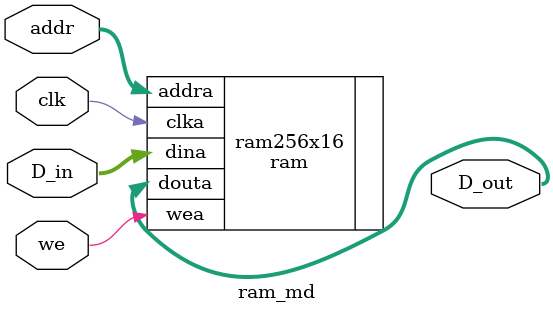
<source format=v>
`timescale 1ns / 1ps
module ram_md(clk, we, addr, D_in, D_out);
	
	input 		clk, we;
	input [ 7:0] addr;
	input [15:0] D_in;
	
	output [15:0] D_out;
	
	
	ram ram256x16(
						.clka(clk), 	// input clka
						.wea(we), 		// input [0 : 0] wea
						.addra(addr), 	// input [7 : 0] addra
						.dina(D_in), 	// input [15 : 0] dina
						.douta(D_out) 	// output [15 : 0] douta
					);

endmodule

</source>
